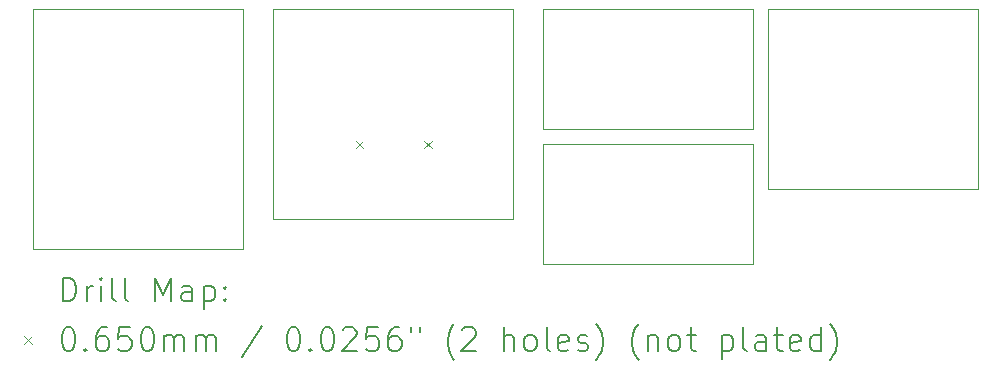
<source format=gbr>
%TF.GenerationSoftware,KiCad,Pcbnew,7.0.10*%
%TF.CreationDate,2024-02-02T14:05:28+01:00*%
%TF.ProjectId,smd_breadboard,736d645f-6272-4656-9164-626f6172642e,rev?*%
%TF.SameCoordinates,Original*%
%TF.FileFunction,Drillmap*%
%TF.FilePolarity,Positive*%
%FSLAX45Y45*%
G04 Gerber Fmt 4.5, Leading zero omitted, Abs format (unit mm)*
G04 Created by KiCad (PCBNEW 7.0.10) date 2024-02-02 14:05:28*
%MOMM*%
%LPD*%
G01*
G04 APERTURE LIST*
%ADD10C,0.100000*%
%ADD11C,0.200000*%
G04 APERTURE END LIST*
D10*
X17145000Y-6223000D02*
X15367000Y-6223000D01*
X17272000Y-6223000D02*
X17272000Y-7747000D01*
X17145000Y-7366000D02*
X15367000Y-7366000D01*
X19050000Y-6223000D02*
X17272000Y-6223000D01*
X15367000Y-6223000D02*
X15367000Y-7239000D01*
X17272000Y-7747000D02*
X19050000Y-7747000D01*
X11049000Y-8255000D02*
X11049000Y-6223000D01*
X15367000Y-7366000D02*
X15367000Y-8382000D01*
X15367000Y-7239000D02*
X17145000Y-7239000D01*
X19050000Y-7747000D02*
X19050000Y-6223000D01*
X12827000Y-8255000D02*
X11049000Y-8255000D01*
X11049000Y-6223000D02*
X12827000Y-6223000D01*
X15113000Y-6223000D02*
X13081000Y-6223000D01*
X13081000Y-6223000D02*
X13081000Y-8001000D01*
X15113000Y-8001000D02*
X15113000Y-6223000D01*
X13081000Y-8001000D02*
X15113000Y-8001000D01*
X17145000Y-8382000D02*
X17145000Y-7366000D01*
X17145000Y-7239000D02*
X17145000Y-6223000D01*
X12827000Y-6223000D02*
X12827000Y-8255000D01*
X15367000Y-8382000D02*
X17145000Y-8382000D01*
D11*
D10*
X13783500Y-7337000D02*
X13848500Y-7402000D01*
X13848500Y-7337000D02*
X13783500Y-7402000D01*
X14361500Y-7337000D02*
X14426500Y-7402000D01*
X14426500Y-7337000D02*
X14361500Y-7402000D01*
D11*
X11304777Y-8698484D02*
X11304777Y-8498484D01*
X11304777Y-8498484D02*
X11352396Y-8498484D01*
X11352396Y-8498484D02*
X11380967Y-8508008D01*
X11380967Y-8508008D02*
X11400015Y-8527055D01*
X11400015Y-8527055D02*
X11409539Y-8546103D01*
X11409539Y-8546103D02*
X11419062Y-8584198D01*
X11419062Y-8584198D02*
X11419062Y-8612770D01*
X11419062Y-8612770D02*
X11409539Y-8650865D01*
X11409539Y-8650865D02*
X11400015Y-8669912D01*
X11400015Y-8669912D02*
X11380967Y-8688960D01*
X11380967Y-8688960D02*
X11352396Y-8698484D01*
X11352396Y-8698484D02*
X11304777Y-8698484D01*
X11504777Y-8698484D02*
X11504777Y-8565150D01*
X11504777Y-8603246D02*
X11514301Y-8584198D01*
X11514301Y-8584198D02*
X11523824Y-8574674D01*
X11523824Y-8574674D02*
X11542872Y-8565150D01*
X11542872Y-8565150D02*
X11561920Y-8565150D01*
X11628586Y-8698484D02*
X11628586Y-8565150D01*
X11628586Y-8498484D02*
X11619062Y-8508008D01*
X11619062Y-8508008D02*
X11628586Y-8517531D01*
X11628586Y-8517531D02*
X11638110Y-8508008D01*
X11638110Y-8508008D02*
X11628586Y-8498484D01*
X11628586Y-8498484D02*
X11628586Y-8517531D01*
X11752396Y-8698484D02*
X11733348Y-8688960D01*
X11733348Y-8688960D02*
X11723824Y-8669912D01*
X11723824Y-8669912D02*
X11723824Y-8498484D01*
X11857158Y-8698484D02*
X11838110Y-8688960D01*
X11838110Y-8688960D02*
X11828586Y-8669912D01*
X11828586Y-8669912D02*
X11828586Y-8498484D01*
X12085729Y-8698484D02*
X12085729Y-8498484D01*
X12085729Y-8498484D02*
X12152396Y-8641341D01*
X12152396Y-8641341D02*
X12219062Y-8498484D01*
X12219062Y-8498484D02*
X12219062Y-8698484D01*
X12400015Y-8698484D02*
X12400015Y-8593722D01*
X12400015Y-8593722D02*
X12390491Y-8574674D01*
X12390491Y-8574674D02*
X12371443Y-8565150D01*
X12371443Y-8565150D02*
X12333348Y-8565150D01*
X12333348Y-8565150D02*
X12314301Y-8574674D01*
X12400015Y-8688960D02*
X12380967Y-8698484D01*
X12380967Y-8698484D02*
X12333348Y-8698484D01*
X12333348Y-8698484D02*
X12314301Y-8688960D01*
X12314301Y-8688960D02*
X12304777Y-8669912D01*
X12304777Y-8669912D02*
X12304777Y-8650865D01*
X12304777Y-8650865D02*
X12314301Y-8631817D01*
X12314301Y-8631817D02*
X12333348Y-8622293D01*
X12333348Y-8622293D02*
X12380967Y-8622293D01*
X12380967Y-8622293D02*
X12400015Y-8612770D01*
X12495253Y-8565150D02*
X12495253Y-8765150D01*
X12495253Y-8574674D02*
X12514301Y-8565150D01*
X12514301Y-8565150D02*
X12552396Y-8565150D01*
X12552396Y-8565150D02*
X12571443Y-8574674D01*
X12571443Y-8574674D02*
X12580967Y-8584198D01*
X12580967Y-8584198D02*
X12590491Y-8603246D01*
X12590491Y-8603246D02*
X12590491Y-8660389D01*
X12590491Y-8660389D02*
X12580967Y-8679436D01*
X12580967Y-8679436D02*
X12571443Y-8688960D01*
X12571443Y-8688960D02*
X12552396Y-8698484D01*
X12552396Y-8698484D02*
X12514301Y-8698484D01*
X12514301Y-8698484D02*
X12495253Y-8688960D01*
X12676205Y-8679436D02*
X12685729Y-8688960D01*
X12685729Y-8688960D02*
X12676205Y-8698484D01*
X12676205Y-8698484D02*
X12666682Y-8688960D01*
X12666682Y-8688960D02*
X12676205Y-8679436D01*
X12676205Y-8679436D02*
X12676205Y-8698484D01*
X12676205Y-8574674D02*
X12685729Y-8584198D01*
X12685729Y-8584198D02*
X12676205Y-8593722D01*
X12676205Y-8593722D02*
X12666682Y-8584198D01*
X12666682Y-8584198D02*
X12676205Y-8574674D01*
X12676205Y-8574674D02*
X12676205Y-8593722D01*
D10*
X10979000Y-8994500D02*
X11044000Y-9059500D01*
X11044000Y-8994500D02*
X10979000Y-9059500D01*
D11*
X11342872Y-8918484D02*
X11361920Y-8918484D01*
X11361920Y-8918484D02*
X11380967Y-8928008D01*
X11380967Y-8928008D02*
X11390491Y-8937531D01*
X11390491Y-8937531D02*
X11400015Y-8956579D01*
X11400015Y-8956579D02*
X11409539Y-8994674D01*
X11409539Y-8994674D02*
X11409539Y-9042293D01*
X11409539Y-9042293D02*
X11400015Y-9080389D01*
X11400015Y-9080389D02*
X11390491Y-9099436D01*
X11390491Y-9099436D02*
X11380967Y-9108960D01*
X11380967Y-9108960D02*
X11361920Y-9118484D01*
X11361920Y-9118484D02*
X11342872Y-9118484D01*
X11342872Y-9118484D02*
X11323824Y-9108960D01*
X11323824Y-9108960D02*
X11314301Y-9099436D01*
X11314301Y-9099436D02*
X11304777Y-9080389D01*
X11304777Y-9080389D02*
X11295253Y-9042293D01*
X11295253Y-9042293D02*
X11295253Y-8994674D01*
X11295253Y-8994674D02*
X11304777Y-8956579D01*
X11304777Y-8956579D02*
X11314301Y-8937531D01*
X11314301Y-8937531D02*
X11323824Y-8928008D01*
X11323824Y-8928008D02*
X11342872Y-8918484D01*
X11495253Y-9099436D02*
X11504777Y-9108960D01*
X11504777Y-9108960D02*
X11495253Y-9118484D01*
X11495253Y-9118484D02*
X11485729Y-9108960D01*
X11485729Y-9108960D02*
X11495253Y-9099436D01*
X11495253Y-9099436D02*
X11495253Y-9118484D01*
X11676205Y-8918484D02*
X11638110Y-8918484D01*
X11638110Y-8918484D02*
X11619062Y-8928008D01*
X11619062Y-8928008D02*
X11609539Y-8937531D01*
X11609539Y-8937531D02*
X11590491Y-8966103D01*
X11590491Y-8966103D02*
X11580967Y-9004198D01*
X11580967Y-9004198D02*
X11580967Y-9080389D01*
X11580967Y-9080389D02*
X11590491Y-9099436D01*
X11590491Y-9099436D02*
X11600015Y-9108960D01*
X11600015Y-9108960D02*
X11619062Y-9118484D01*
X11619062Y-9118484D02*
X11657158Y-9118484D01*
X11657158Y-9118484D02*
X11676205Y-9108960D01*
X11676205Y-9108960D02*
X11685729Y-9099436D01*
X11685729Y-9099436D02*
X11695253Y-9080389D01*
X11695253Y-9080389D02*
X11695253Y-9032770D01*
X11695253Y-9032770D02*
X11685729Y-9013722D01*
X11685729Y-9013722D02*
X11676205Y-9004198D01*
X11676205Y-9004198D02*
X11657158Y-8994674D01*
X11657158Y-8994674D02*
X11619062Y-8994674D01*
X11619062Y-8994674D02*
X11600015Y-9004198D01*
X11600015Y-9004198D02*
X11590491Y-9013722D01*
X11590491Y-9013722D02*
X11580967Y-9032770D01*
X11876205Y-8918484D02*
X11780967Y-8918484D01*
X11780967Y-8918484D02*
X11771443Y-9013722D01*
X11771443Y-9013722D02*
X11780967Y-9004198D01*
X11780967Y-9004198D02*
X11800015Y-8994674D01*
X11800015Y-8994674D02*
X11847634Y-8994674D01*
X11847634Y-8994674D02*
X11866682Y-9004198D01*
X11866682Y-9004198D02*
X11876205Y-9013722D01*
X11876205Y-9013722D02*
X11885729Y-9032770D01*
X11885729Y-9032770D02*
X11885729Y-9080389D01*
X11885729Y-9080389D02*
X11876205Y-9099436D01*
X11876205Y-9099436D02*
X11866682Y-9108960D01*
X11866682Y-9108960D02*
X11847634Y-9118484D01*
X11847634Y-9118484D02*
X11800015Y-9118484D01*
X11800015Y-9118484D02*
X11780967Y-9108960D01*
X11780967Y-9108960D02*
X11771443Y-9099436D01*
X12009539Y-8918484D02*
X12028586Y-8918484D01*
X12028586Y-8918484D02*
X12047634Y-8928008D01*
X12047634Y-8928008D02*
X12057158Y-8937531D01*
X12057158Y-8937531D02*
X12066682Y-8956579D01*
X12066682Y-8956579D02*
X12076205Y-8994674D01*
X12076205Y-8994674D02*
X12076205Y-9042293D01*
X12076205Y-9042293D02*
X12066682Y-9080389D01*
X12066682Y-9080389D02*
X12057158Y-9099436D01*
X12057158Y-9099436D02*
X12047634Y-9108960D01*
X12047634Y-9108960D02*
X12028586Y-9118484D01*
X12028586Y-9118484D02*
X12009539Y-9118484D01*
X12009539Y-9118484D02*
X11990491Y-9108960D01*
X11990491Y-9108960D02*
X11980967Y-9099436D01*
X11980967Y-9099436D02*
X11971443Y-9080389D01*
X11971443Y-9080389D02*
X11961920Y-9042293D01*
X11961920Y-9042293D02*
X11961920Y-8994674D01*
X11961920Y-8994674D02*
X11971443Y-8956579D01*
X11971443Y-8956579D02*
X11980967Y-8937531D01*
X11980967Y-8937531D02*
X11990491Y-8928008D01*
X11990491Y-8928008D02*
X12009539Y-8918484D01*
X12161920Y-9118484D02*
X12161920Y-8985150D01*
X12161920Y-9004198D02*
X12171443Y-8994674D01*
X12171443Y-8994674D02*
X12190491Y-8985150D01*
X12190491Y-8985150D02*
X12219063Y-8985150D01*
X12219063Y-8985150D02*
X12238110Y-8994674D01*
X12238110Y-8994674D02*
X12247634Y-9013722D01*
X12247634Y-9013722D02*
X12247634Y-9118484D01*
X12247634Y-9013722D02*
X12257158Y-8994674D01*
X12257158Y-8994674D02*
X12276205Y-8985150D01*
X12276205Y-8985150D02*
X12304777Y-8985150D01*
X12304777Y-8985150D02*
X12323824Y-8994674D01*
X12323824Y-8994674D02*
X12333348Y-9013722D01*
X12333348Y-9013722D02*
X12333348Y-9118484D01*
X12428586Y-9118484D02*
X12428586Y-8985150D01*
X12428586Y-9004198D02*
X12438110Y-8994674D01*
X12438110Y-8994674D02*
X12457158Y-8985150D01*
X12457158Y-8985150D02*
X12485729Y-8985150D01*
X12485729Y-8985150D02*
X12504777Y-8994674D01*
X12504777Y-8994674D02*
X12514301Y-9013722D01*
X12514301Y-9013722D02*
X12514301Y-9118484D01*
X12514301Y-9013722D02*
X12523824Y-8994674D01*
X12523824Y-8994674D02*
X12542872Y-8985150D01*
X12542872Y-8985150D02*
X12571443Y-8985150D01*
X12571443Y-8985150D02*
X12590491Y-8994674D01*
X12590491Y-8994674D02*
X12600015Y-9013722D01*
X12600015Y-9013722D02*
X12600015Y-9118484D01*
X12990491Y-8908960D02*
X12819063Y-9166103D01*
X13247634Y-8918484D02*
X13266682Y-8918484D01*
X13266682Y-8918484D02*
X13285729Y-8928008D01*
X13285729Y-8928008D02*
X13295253Y-8937531D01*
X13295253Y-8937531D02*
X13304777Y-8956579D01*
X13304777Y-8956579D02*
X13314301Y-8994674D01*
X13314301Y-8994674D02*
X13314301Y-9042293D01*
X13314301Y-9042293D02*
X13304777Y-9080389D01*
X13304777Y-9080389D02*
X13295253Y-9099436D01*
X13295253Y-9099436D02*
X13285729Y-9108960D01*
X13285729Y-9108960D02*
X13266682Y-9118484D01*
X13266682Y-9118484D02*
X13247634Y-9118484D01*
X13247634Y-9118484D02*
X13228586Y-9108960D01*
X13228586Y-9108960D02*
X13219063Y-9099436D01*
X13219063Y-9099436D02*
X13209539Y-9080389D01*
X13209539Y-9080389D02*
X13200015Y-9042293D01*
X13200015Y-9042293D02*
X13200015Y-8994674D01*
X13200015Y-8994674D02*
X13209539Y-8956579D01*
X13209539Y-8956579D02*
X13219063Y-8937531D01*
X13219063Y-8937531D02*
X13228586Y-8928008D01*
X13228586Y-8928008D02*
X13247634Y-8918484D01*
X13400015Y-9099436D02*
X13409539Y-9108960D01*
X13409539Y-9108960D02*
X13400015Y-9118484D01*
X13400015Y-9118484D02*
X13390491Y-9108960D01*
X13390491Y-9108960D02*
X13400015Y-9099436D01*
X13400015Y-9099436D02*
X13400015Y-9118484D01*
X13533348Y-8918484D02*
X13552396Y-8918484D01*
X13552396Y-8918484D02*
X13571444Y-8928008D01*
X13571444Y-8928008D02*
X13580967Y-8937531D01*
X13580967Y-8937531D02*
X13590491Y-8956579D01*
X13590491Y-8956579D02*
X13600015Y-8994674D01*
X13600015Y-8994674D02*
X13600015Y-9042293D01*
X13600015Y-9042293D02*
X13590491Y-9080389D01*
X13590491Y-9080389D02*
X13580967Y-9099436D01*
X13580967Y-9099436D02*
X13571444Y-9108960D01*
X13571444Y-9108960D02*
X13552396Y-9118484D01*
X13552396Y-9118484D02*
X13533348Y-9118484D01*
X13533348Y-9118484D02*
X13514301Y-9108960D01*
X13514301Y-9108960D02*
X13504777Y-9099436D01*
X13504777Y-9099436D02*
X13495253Y-9080389D01*
X13495253Y-9080389D02*
X13485729Y-9042293D01*
X13485729Y-9042293D02*
X13485729Y-8994674D01*
X13485729Y-8994674D02*
X13495253Y-8956579D01*
X13495253Y-8956579D02*
X13504777Y-8937531D01*
X13504777Y-8937531D02*
X13514301Y-8928008D01*
X13514301Y-8928008D02*
X13533348Y-8918484D01*
X13676206Y-8937531D02*
X13685729Y-8928008D01*
X13685729Y-8928008D02*
X13704777Y-8918484D01*
X13704777Y-8918484D02*
X13752396Y-8918484D01*
X13752396Y-8918484D02*
X13771444Y-8928008D01*
X13771444Y-8928008D02*
X13780967Y-8937531D01*
X13780967Y-8937531D02*
X13790491Y-8956579D01*
X13790491Y-8956579D02*
X13790491Y-8975627D01*
X13790491Y-8975627D02*
X13780967Y-9004198D01*
X13780967Y-9004198D02*
X13666682Y-9118484D01*
X13666682Y-9118484D02*
X13790491Y-9118484D01*
X13971444Y-8918484D02*
X13876206Y-8918484D01*
X13876206Y-8918484D02*
X13866682Y-9013722D01*
X13866682Y-9013722D02*
X13876206Y-9004198D01*
X13876206Y-9004198D02*
X13895253Y-8994674D01*
X13895253Y-8994674D02*
X13942872Y-8994674D01*
X13942872Y-8994674D02*
X13961920Y-9004198D01*
X13961920Y-9004198D02*
X13971444Y-9013722D01*
X13971444Y-9013722D02*
X13980967Y-9032770D01*
X13980967Y-9032770D02*
X13980967Y-9080389D01*
X13980967Y-9080389D02*
X13971444Y-9099436D01*
X13971444Y-9099436D02*
X13961920Y-9108960D01*
X13961920Y-9108960D02*
X13942872Y-9118484D01*
X13942872Y-9118484D02*
X13895253Y-9118484D01*
X13895253Y-9118484D02*
X13876206Y-9108960D01*
X13876206Y-9108960D02*
X13866682Y-9099436D01*
X14152396Y-8918484D02*
X14114301Y-8918484D01*
X14114301Y-8918484D02*
X14095253Y-8928008D01*
X14095253Y-8928008D02*
X14085729Y-8937531D01*
X14085729Y-8937531D02*
X14066682Y-8966103D01*
X14066682Y-8966103D02*
X14057158Y-9004198D01*
X14057158Y-9004198D02*
X14057158Y-9080389D01*
X14057158Y-9080389D02*
X14066682Y-9099436D01*
X14066682Y-9099436D02*
X14076206Y-9108960D01*
X14076206Y-9108960D02*
X14095253Y-9118484D01*
X14095253Y-9118484D02*
X14133348Y-9118484D01*
X14133348Y-9118484D02*
X14152396Y-9108960D01*
X14152396Y-9108960D02*
X14161920Y-9099436D01*
X14161920Y-9099436D02*
X14171444Y-9080389D01*
X14171444Y-9080389D02*
X14171444Y-9032770D01*
X14171444Y-9032770D02*
X14161920Y-9013722D01*
X14161920Y-9013722D02*
X14152396Y-9004198D01*
X14152396Y-9004198D02*
X14133348Y-8994674D01*
X14133348Y-8994674D02*
X14095253Y-8994674D01*
X14095253Y-8994674D02*
X14076206Y-9004198D01*
X14076206Y-9004198D02*
X14066682Y-9013722D01*
X14066682Y-9013722D02*
X14057158Y-9032770D01*
X14247634Y-8918484D02*
X14247634Y-8956579D01*
X14323825Y-8918484D02*
X14323825Y-8956579D01*
X14619063Y-9194674D02*
X14609539Y-9185150D01*
X14609539Y-9185150D02*
X14590491Y-9156579D01*
X14590491Y-9156579D02*
X14580968Y-9137531D01*
X14580968Y-9137531D02*
X14571444Y-9108960D01*
X14571444Y-9108960D02*
X14561920Y-9061341D01*
X14561920Y-9061341D02*
X14561920Y-9023246D01*
X14561920Y-9023246D02*
X14571444Y-8975627D01*
X14571444Y-8975627D02*
X14580968Y-8947055D01*
X14580968Y-8947055D02*
X14590491Y-8928008D01*
X14590491Y-8928008D02*
X14609539Y-8899436D01*
X14609539Y-8899436D02*
X14619063Y-8889912D01*
X14685729Y-8937531D02*
X14695253Y-8928008D01*
X14695253Y-8928008D02*
X14714301Y-8918484D01*
X14714301Y-8918484D02*
X14761920Y-8918484D01*
X14761920Y-8918484D02*
X14780968Y-8928008D01*
X14780968Y-8928008D02*
X14790491Y-8937531D01*
X14790491Y-8937531D02*
X14800015Y-8956579D01*
X14800015Y-8956579D02*
X14800015Y-8975627D01*
X14800015Y-8975627D02*
X14790491Y-9004198D01*
X14790491Y-9004198D02*
X14676206Y-9118484D01*
X14676206Y-9118484D02*
X14800015Y-9118484D01*
X15038110Y-9118484D02*
X15038110Y-8918484D01*
X15123825Y-9118484D02*
X15123825Y-9013722D01*
X15123825Y-9013722D02*
X15114301Y-8994674D01*
X15114301Y-8994674D02*
X15095253Y-8985150D01*
X15095253Y-8985150D02*
X15066682Y-8985150D01*
X15066682Y-8985150D02*
X15047634Y-8994674D01*
X15047634Y-8994674D02*
X15038110Y-9004198D01*
X15247634Y-9118484D02*
X15228587Y-9108960D01*
X15228587Y-9108960D02*
X15219063Y-9099436D01*
X15219063Y-9099436D02*
X15209539Y-9080389D01*
X15209539Y-9080389D02*
X15209539Y-9023246D01*
X15209539Y-9023246D02*
X15219063Y-9004198D01*
X15219063Y-9004198D02*
X15228587Y-8994674D01*
X15228587Y-8994674D02*
X15247634Y-8985150D01*
X15247634Y-8985150D02*
X15276206Y-8985150D01*
X15276206Y-8985150D02*
X15295253Y-8994674D01*
X15295253Y-8994674D02*
X15304777Y-9004198D01*
X15304777Y-9004198D02*
X15314301Y-9023246D01*
X15314301Y-9023246D02*
X15314301Y-9080389D01*
X15314301Y-9080389D02*
X15304777Y-9099436D01*
X15304777Y-9099436D02*
X15295253Y-9108960D01*
X15295253Y-9108960D02*
X15276206Y-9118484D01*
X15276206Y-9118484D02*
X15247634Y-9118484D01*
X15428587Y-9118484D02*
X15409539Y-9108960D01*
X15409539Y-9108960D02*
X15400015Y-9089912D01*
X15400015Y-9089912D02*
X15400015Y-8918484D01*
X15580968Y-9108960D02*
X15561920Y-9118484D01*
X15561920Y-9118484D02*
X15523825Y-9118484D01*
X15523825Y-9118484D02*
X15504777Y-9108960D01*
X15504777Y-9108960D02*
X15495253Y-9089912D01*
X15495253Y-9089912D02*
X15495253Y-9013722D01*
X15495253Y-9013722D02*
X15504777Y-8994674D01*
X15504777Y-8994674D02*
X15523825Y-8985150D01*
X15523825Y-8985150D02*
X15561920Y-8985150D01*
X15561920Y-8985150D02*
X15580968Y-8994674D01*
X15580968Y-8994674D02*
X15590491Y-9013722D01*
X15590491Y-9013722D02*
X15590491Y-9032770D01*
X15590491Y-9032770D02*
X15495253Y-9051817D01*
X15666682Y-9108960D02*
X15685730Y-9118484D01*
X15685730Y-9118484D02*
X15723825Y-9118484D01*
X15723825Y-9118484D02*
X15742872Y-9108960D01*
X15742872Y-9108960D02*
X15752396Y-9089912D01*
X15752396Y-9089912D02*
X15752396Y-9080389D01*
X15752396Y-9080389D02*
X15742872Y-9061341D01*
X15742872Y-9061341D02*
X15723825Y-9051817D01*
X15723825Y-9051817D02*
X15695253Y-9051817D01*
X15695253Y-9051817D02*
X15676206Y-9042293D01*
X15676206Y-9042293D02*
X15666682Y-9023246D01*
X15666682Y-9023246D02*
X15666682Y-9013722D01*
X15666682Y-9013722D02*
X15676206Y-8994674D01*
X15676206Y-8994674D02*
X15695253Y-8985150D01*
X15695253Y-8985150D02*
X15723825Y-8985150D01*
X15723825Y-8985150D02*
X15742872Y-8994674D01*
X15819063Y-9194674D02*
X15828587Y-9185150D01*
X15828587Y-9185150D02*
X15847634Y-9156579D01*
X15847634Y-9156579D02*
X15857158Y-9137531D01*
X15857158Y-9137531D02*
X15866682Y-9108960D01*
X15866682Y-9108960D02*
X15876206Y-9061341D01*
X15876206Y-9061341D02*
X15876206Y-9023246D01*
X15876206Y-9023246D02*
X15866682Y-8975627D01*
X15866682Y-8975627D02*
X15857158Y-8947055D01*
X15857158Y-8947055D02*
X15847634Y-8928008D01*
X15847634Y-8928008D02*
X15828587Y-8899436D01*
X15828587Y-8899436D02*
X15819063Y-8889912D01*
X16180968Y-9194674D02*
X16171444Y-9185150D01*
X16171444Y-9185150D02*
X16152396Y-9156579D01*
X16152396Y-9156579D02*
X16142872Y-9137531D01*
X16142872Y-9137531D02*
X16133349Y-9108960D01*
X16133349Y-9108960D02*
X16123825Y-9061341D01*
X16123825Y-9061341D02*
X16123825Y-9023246D01*
X16123825Y-9023246D02*
X16133349Y-8975627D01*
X16133349Y-8975627D02*
X16142872Y-8947055D01*
X16142872Y-8947055D02*
X16152396Y-8928008D01*
X16152396Y-8928008D02*
X16171444Y-8899436D01*
X16171444Y-8899436D02*
X16180968Y-8889912D01*
X16257158Y-8985150D02*
X16257158Y-9118484D01*
X16257158Y-9004198D02*
X16266682Y-8994674D01*
X16266682Y-8994674D02*
X16285730Y-8985150D01*
X16285730Y-8985150D02*
X16314301Y-8985150D01*
X16314301Y-8985150D02*
X16333349Y-8994674D01*
X16333349Y-8994674D02*
X16342872Y-9013722D01*
X16342872Y-9013722D02*
X16342872Y-9118484D01*
X16466682Y-9118484D02*
X16447634Y-9108960D01*
X16447634Y-9108960D02*
X16438111Y-9099436D01*
X16438111Y-9099436D02*
X16428587Y-9080389D01*
X16428587Y-9080389D02*
X16428587Y-9023246D01*
X16428587Y-9023246D02*
X16438111Y-9004198D01*
X16438111Y-9004198D02*
X16447634Y-8994674D01*
X16447634Y-8994674D02*
X16466682Y-8985150D01*
X16466682Y-8985150D02*
X16495253Y-8985150D01*
X16495253Y-8985150D02*
X16514301Y-8994674D01*
X16514301Y-8994674D02*
X16523825Y-9004198D01*
X16523825Y-9004198D02*
X16533349Y-9023246D01*
X16533349Y-9023246D02*
X16533349Y-9080389D01*
X16533349Y-9080389D02*
X16523825Y-9099436D01*
X16523825Y-9099436D02*
X16514301Y-9108960D01*
X16514301Y-9108960D02*
X16495253Y-9118484D01*
X16495253Y-9118484D02*
X16466682Y-9118484D01*
X16590492Y-8985150D02*
X16666682Y-8985150D01*
X16619063Y-8918484D02*
X16619063Y-9089912D01*
X16619063Y-9089912D02*
X16628587Y-9108960D01*
X16628587Y-9108960D02*
X16647634Y-9118484D01*
X16647634Y-9118484D02*
X16666682Y-9118484D01*
X16885730Y-8985150D02*
X16885730Y-9185150D01*
X16885730Y-8994674D02*
X16904777Y-8985150D01*
X16904777Y-8985150D02*
X16942873Y-8985150D01*
X16942873Y-8985150D02*
X16961920Y-8994674D01*
X16961920Y-8994674D02*
X16971444Y-9004198D01*
X16971444Y-9004198D02*
X16980968Y-9023246D01*
X16980968Y-9023246D02*
X16980968Y-9080389D01*
X16980968Y-9080389D02*
X16971444Y-9099436D01*
X16971444Y-9099436D02*
X16961920Y-9108960D01*
X16961920Y-9108960D02*
X16942873Y-9118484D01*
X16942873Y-9118484D02*
X16904777Y-9118484D01*
X16904777Y-9118484D02*
X16885730Y-9108960D01*
X17095254Y-9118484D02*
X17076206Y-9108960D01*
X17076206Y-9108960D02*
X17066682Y-9089912D01*
X17066682Y-9089912D02*
X17066682Y-8918484D01*
X17257158Y-9118484D02*
X17257158Y-9013722D01*
X17257158Y-9013722D02*
X17247635Y-8994674D01*
X17247635Y-8994674D02*
X17228587Y-8985150D01*
X17228587Y-8985150D02*
X17190492Y-8985150D01*
X17190492Y-8985150D02*
X17171444Y-8994674D01*
X17257158Y-9108960D02*
X17238111Y-9118484D01*
X17238111Y-9118484D02*
X17190492Y-9118484D01*
X17190492Y-9118484D02*
X17171444Y-9108960D01*
X17171444Y-9108960D02*
X17161920Y-9089912D01*
X17161920Y-9089912D02*
X17161920Y-9070865D01*
X17161920Y-9070865D02*
X17171444Y-9051817D01*
X17171444Y-9051817D02*
X17190492Y-9042293D01*
X17190492Y-9042293D02*
X17238111Y-9042293D01*
X17238111Y-9042293D02*
X17257158Y-9032770D01*
X17323825Y-8985150D02*
X17400015Y-8985150D01*
X17352396Y-8918484D02*
X17352396Y-9089912D01*
X17352396Y-9089912D02*
X17361920Y-9108960D01*
X17361920Y-9108960D02*
X17380968Y-9118484D01*
X17380968Y-9118484D02*
X17400015Y-9118484D01*
X17542873Y-9108960D02*
X17523825Y-9118484D01*
X17523825Y-9118484D02*
X17485730Y-9118484D01*
X17485730Y-9118484D02*
X17466682Y-9108960D01*
X17466682Y-9108960D02*
X17457158Y-9089912D01*
X17457158Y-9089912D02*
X17457158Y-9013722D01*
X17457158Y-9013722D02*
X17466682Y-8994674D01*
X17466682Y-8994674D02*
X17485730Y-8985150D01*
X17485730Y-8985150D02*
X17523825Y-8985150D01*
X17523825Y-8985150D02*
X17542873Y-8994674D01*
X17542873Y-8994674D02*
X17552396Y-9013722D01*
X17552396Y-9013722D02*
X17552396Y-9032770D01*
X17552396Y-9032770D02*
X17457158Y-9051817D01*
X17723825Y-9118484D02*
X17723825Y-8918484D01*
X17723825Y-9108960D02*
X17704777Y-9118484D01*
X17704777Y-9118484D02*
X17666682Y-9118484D01*
X17666682Y-9118484D02*
X17647635Y-9108960D01*
X17647635Y-9108960D02*
X17638111Y-9099436D01*
X17638111Y-9099436D02*
X17628587Y-9080389D01*
X17628587Y-9080389D02*
X17628587Y-9023246D01*
X17628587Y-9023246D02*
X17638111Y-9004198D01*
X17638111Y-9004198D02*
X17647635Y-8994674D01*
X17647635Y-8994674D02*
X17666682Y-8985150D01*
X17666682Y-8985150D02*
X17704777Y-8985150D01*
X17704777Y-8985150D02*
X17723825Y-8994674D01*
X17800016Y-9194674D02*
X17809539Y-9185150D01*
X17809539Y-9185150D02*
X17828587Y-9156579D01*
X17828587Y-9156579D02*
X17838111Y-9137531D01*
X17838111Y-9137531D02*
X17847635Y-9108960D01*
X17847635Y-9108960D02*
X17857158Y-9061341D01*
X17857158Y-9061341D02*
X17857158Y-9023246D01*
X17857158Y-9023246D02*
X17847635Y-8975627D01*
X17847635Y-8975627D02*
X17838111Y-8947055D01*
X17838111Y-8947055D02*
X17828587Y-8928008D01*
X17828587Y-8928008D02*
X17809539Y-8899436D01*
X17809539Y-8899436D02*
X17800016Y-8889912D01*
M02*

</source>
